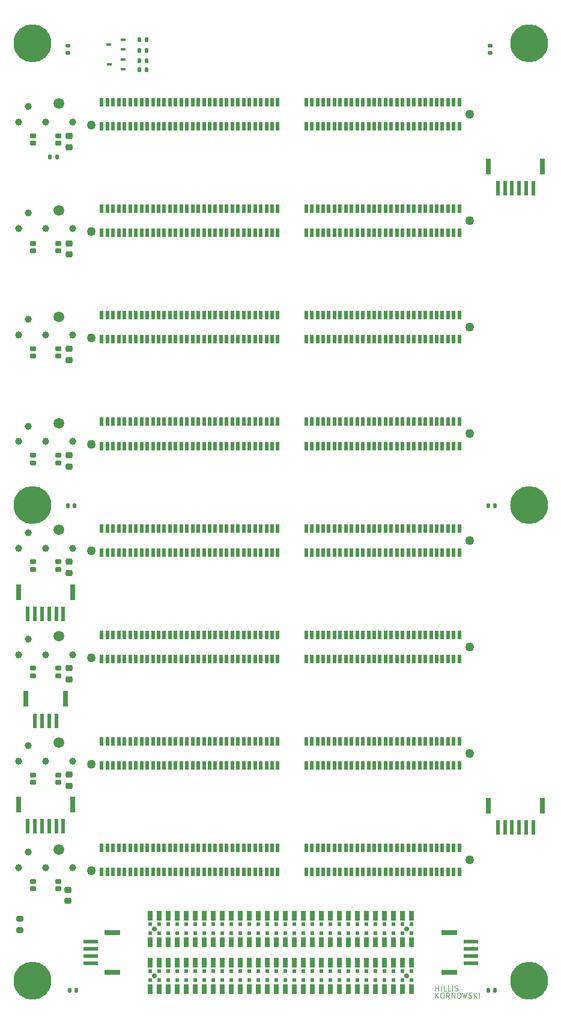
<source format=gts>
G04 #@! TF.GenerationSoftware,KiCad,Pcbnew,(6.0.5)*
G04 #@! TF.CreationDate,2022-05-10T11:54:52-04:00*
G04 #@! TF.ProjectId,backplane,6261636b-706c-4616-9e65-2e6b69636164,A1*
G04 #@! TF.SameCoordinates,Original*
G04 #@! TF.FileFunction,Soldermask,Top*
G04 #@! TF.FilePolarity,Negative*
%FSLAX46Y46*%
G04 Gerber Fmt 4.6, Leading zero omitted, Abs format (unit mm)*
G04 Created by KiCad (PCBNEW (6.0.5)) date 2022-05-10 11:54:52*
%MOMM*%
%LPD*%
G01*
G04 APERTURE LIST*
G04 Aperture macros list*
%AMRoundRect*
0 Rectangle with rounded corners*
0 $1 Rounding radius*
0 $2 $3 $4 $5 $6 $7 $8 $9 X,Y pos of 4 corners*
0 Add a 4 corners polygon primitive as box body*
4,1,4,$2,$3,$4,$5,$6,$7,$8,$9,$2,$3,0*
0 Add four circle primitives for the rounded corners*
1,1,$1+$1,$2,$3*
1,1,$1+$1,$4,$5*
1,1,$1+$1,$6,$7*
1,1,$1+$1,$8,$9*
0 Add four rect primitives between the rounded corners*
20,1,$1+$1,$2,$3,$4,$5,0*
20,1,$1+$1,$4,$5,$6,$7,0*
20,1,$1+$1,$6,$7,$8,$9,0*
20,1,$1+$1,$8,$9,$2,$3,0*%
G04 Aperture macros list end*
%ADD10C,0.125000*%
%ADD11RoundRect,0.140000X0.170000X-0.140000X0.170000X0.140000X-0.170000X0.140000X-0.170000X-0.140000X0*%
%ADD12RoundRect,0.140000X0.140000X0.170000X-0.140000X0.170000X-0.140000X-0.170000X0.140000X-0.170000X0*%
%ADD13RoundRect,0.140000X-0.140000X-0.170000X0.140000X-0.170000X0.140000X0.170000X-0.140000X0.170000X0*%
%ADD14C,1.000000*%
%ADD15C,1.500000*%
%ADD16C,1.270000*%
%ADD17R,0.500000X1.200000*%
%ADD18C,5.334000*%
%ADD19RoundRect,0.200000X-0.275000X0.200000X-0.275000X-0.200000X0.275000X-0.200000X0.275000X0.200000X0*%
%ADD20C,0.609600*%
%ADD21C,0.740000*%
%ADD22R,0.740000X1.470000*%
%ADD23R,0.700000X0.450000*%
%ADD24RoundRect,0.135000X-0.135000X-0.185000X0.135000X-0.185000X0.135000X0.185000X-0.135000X0.185000X0*%
%ADD25RoundRect,0.135000X0.135000X0.185000X-0.135000X0.185000X-0.135000X-0.185000X0.135000X-0.185000X0*%
%ADD26RoundRect,0.187500X-0.237500X-0.187500X0.237500X-0.187500X0.237500X0.187500X-0.237500X0.187500X0*%
%ADD27RoundRect,0.225000X-0.250000X0.225000X-0.250000X-0.225000X0.250000X-0.225000X0.250000X0.225000X0*%
%ADD28R,0.600000X2.025000*%
%ADD29R,0.800000X2.275000*%
%ADD30R,2.025000X0.600000*%
%ADD31R,2.275000X0.800000*%
G04 APERTURE END LIST*
D10*
X118860285Y-174329285D02*
X118860285Y-173579285D01*
X118860285Y-173936428D02*
X119288857Y-173936428D01*
X119288857Y-174329285D02*
X119288857Y-173579285D01*
X119646000Y-174329285D02*
X119646000Y-173579285D01*
X120360285Y-174329285D02*
X120003142Y-174329285D01*
X120003142Y-173579285D01*
X120967428Y-174329285D02*
X120610285Y-174329285D01*
X120610285Y-173579285D01*
X121217428Y-174329285D02*
X121217428Y-173579285D01*
X121538857Y-174293571D02*
X121646000Y-174329285D01*
X121824571Y-174329285D01*
X121896000Y-174293571D01*
X121931714Y-174257857D01*
X121967428Y-174186428D01*
X121967428Y-174115000D01*
X121931714Y-174043571D01*
X121896000Y-174007857D01*
X121824571Y-173972142D01*
X121681714Y-173936428D01*
X121610285Y-173900714D01*
X121574571Y-173865000D01*
X121538857Y-173793571D01*
X121538857Y-173722142D01*
X121574571Y-173650714D01*
X121610285Y-173615000D01*
X121681714Y-173579285D01*
X121860285Y-173579285D01*
X121967428Y-173615000D01*
X118830714Y-175345285D02*
X118830714Y-174595285D01*
X119259285Y-175345285D02*
X118937857Y-174916714D01*
X119259285Y-174595285D02*
X118830714Y-175023857D01*
X119723571Y-174595285D02*
X119866428Y-174595285D01*
X119937857Y-174631000D01*
X120009285Y-174702428D01*
X120045000Y-174845285D01*
X120045000Y-175095285D01*
X120009285Y-175238142D01*
X119937857Y-175309571D01*
X119866428Y-175345285D01*
X119723571Y-175345285D01*
X119652142Y-175309571D01*
X119580714Y-175238142D01*
X119545000Y-175095285D01*
X119545000Y-174845285D01*
X119580714Y-174702428D01*
X119652142Y-174631000D01*
X119723571Y-174595285D01*
X120795000Y-175345285D02*
X120545000Y-174988142D01*
X120366428Y-175345285D02*
X120366428Y-174595285D01*
X120652142Y-174595285D01*
X120723571Y-174631000D01*
X120759285Y-174666714D01*
X120795000Y-174738142D01*
X120795000Y-174845285D01*
X120759285Y-174916714D01*
X120723571Y-174952428D01*
X120652142Y-174988142D01*
X120366428Y-174988142D01*
X121116428Y-175345285D02*
X121116428Y-174595285D01*
X121545000Y-175345285D01*
X121545000Y-174595285D01*
X122045000Y-174595285D02*
X122187857Y-174595285D01*
X122259285Y-174631000D01*
X122330714Y-174702428D01*
X122366428Y-174845285D01*
X122366428Y-175095285D01*
X122330714Y-175238142D01*
X122259285Y-175309571D01*
X122187857Y-175345285D01*
X122045000Y-175345285D01*
X121973571Y-175309571D01*
X121902142Y-175238142D01*
X121866428Y-175095285D01*
X121866428Y-174845285D01*
X121902142Y-174702428D01*
X121973571Y-174631000D01*
X122045000Y-174595285D01*
X122616428Y-174595285D02*
X122795000Y-175345285D01*
X122937857Y-174809571D01*
X123080714Y-175345285D01*
X123259285Y-174595285D01*
X123509285Y-175309571D02*
X123616428Y-175345285D01*
X123795000Y-175345285D01*
X123866428Y-175309571D01*
X123902142Y-175273857D01*
X123937857Y-175202428D01*
X123937857Y-175131000D01*
X123902142Y-175059571D01*
X123866428Y-175023857D01*
X123795000Y-174988142D01*
X123652142Y-174952428D01*
X123580714Y-174916714D01*
X123545000Y-174881000D01*
X123509285Y-174809571D01*
X123509285Y-174738142D01*
X123545000Y-174666714D01*
X123580714Y-174631000D01*
X123652142Y-174595285D01*
X123830714Y-174595285D01*
X123937857Y-174631000D01*
X124259285Y-175345285D02*
X124259285Y-174595285D01*
X124687857Y-175345285D02*
X124366428Y-174916714D01*
X124687857Y-174595285D02*
X124259285Y-175023857D01*
X125009285Y-175345285D02*
X125009285Y-174595285D01*
D11*
X67000000Y-42230000D03*
X67000000Y-41270000D03*
D12*
X67980000Y-106000000D03*
X67020000Y-106000000D03*
X68230000Y-174250000D03*
X67270000Y-174250000D03*
D13*
X126270000Y-174250000D03*
X127230000Y-174250000D03*
D11*
X126500000Y-42230000D03*
X126500000Y-41270000D03*
D14*
X60070009Y-156999993D03*
D15*
X65770009Y-154409993D03*
D14*
X63870009Y-156999993D03*
X61470009Y-154799993D03*
D16*
X70300009Y-157399993D03*
D14*
X67670009Y-156999993D03*
D16*
X123700009Y-155899993D03*
D17*
X71800009Y-157599993D03*
X71800009Y-154199993D03*
X72600009Y-157599993D03*
X72600009Y-154199993D03*
X73400009Y-157599993D03*
X73400009Y-154199993D03*
X74200009Y-157599993D03*
X74200009Y-154199993D03*
X75000009Y-157599993D03*
X75000009Y-154199993D03*
X75800009Y-157599993D03*
X75800009Y-154199993D03*
X76600009Y-157599993D03*
X76600009Y-154199993D03*
X77400009Y-157599993D03*
X77400009Y-154199993D03*
X78200009Y-157599993D03*
X78200009Y-154199993D03*
X79000009Y-157599993D03*
X79000009Y-154199993D03*
X79800009Y-157599993D03*
X79800009Y-154199993D03*
X80600009Y-157599993D03*
X80600009Y-154199993D03*
X81400009Y-157599993D03*
X81400009Y-154199993D03*
X82200009Y-157599993D03*
X82200009Y-154199993D03*
X83000009Y-157599993D03*
X83000009Y-154199993D03*
X83800009Y-157599993D03*
X83800009Y-154199993D03*
X84600009Y-157599993D03*
X84600009Y-154199993D03*
X85400009Y-157599993D03*
X85400009Y-154199993D03*
X86200009Y-157599993D03*
X86200009Y-154199993D03*
X87000009Y-157599993D03*
X87000009Y-154199993D03*
X87800009Y-157599993D03*
X87800009Y-154199993D03*
X88600009Y-157599993D03*
X88600009Y-154199993D03*
X89400009Y-157599993D03*
X89400009Y-154199993D03*
X90200009Y-157599993D03*
X90200009Y-154199993D03*
X91000009Y-157599993D03*
X91000009Y-154199993D03*
X91800009Y-157599993D03*
X91800009Y-154199993D03*
X92600009Y-157599993D03*
X92600009Y-154199993D03*
X93400009Y-157599993D03*
X93400009Y-154199993D03*
X94200009Y-157599993D03*
X94200009Y-154199993D03*
X95000009Y-157599993D03*
X95000009Y-154199993D03*
X95800009Y-157599993D03*
X95800009Y-154199993D03*
X96600009Y-157599993D03*
X96600009Y-154199993D03*
X100600009Y-157599993D03*
X100600009Y-154199993D03*
X101400009Y-157599993D03*
X101400009Y-154199993D03*
X102200009Y-157599993D03*
X102200009Y-154199993D03*
X103000009Y-157599993D03*
X103000009Y-154199993D03*
X103800009Y-157599993D03*
X103800009Y-154199993D03*
X104600009Y-157599993D03*
X104600009Y-154199993D03*
X105400009Y-157599993D03*
X105400009Y-154199993D03*
X106200009Y-157599993D03*
X106200009Y-154199993D03*
X107000009Y-157599993D03*
X107000009Y-154199993D03*
X107800009Y-157599993D03*
X107800009Y-154199993D03*
X108600009Y-157599993D03*
X108600009Y-154199993D03*
X109400009Y-157599993D03*
X109400009Y-154199993D03*
X110200009Y-157599993D03*
X110200009Y-154199993D03*
X111000009Y-157599993D03*
X111000009Y-154199993D03*
X111800009Y-157599993D03*
X111800009Y-154199993D03*
X112600009Y-157599993D03*
X112600009Y-154199993D03*
X113400009Y-157599993D03*
X113400009Y-154199993D03*
X114200009Y-157599993D03*
X114200009Y-154199993D03*
X115000009Y-157599993D03*
X115000009Y-154199993D03*
X115800009Y-157599993D03*
X115800009Y-154199993D03*
X116600009Y-157599993D03*
X116600009Y-154199993D03*
X117400009Y-157599993D03*
X117400009Y-154199993D03*
X118200009Y-157599993D03*
X118200009Y-154199993D03*
X119000009Y-157599993D03*
X119000009Y-154199993D03*
X119800009Y-157599993D03*
X119800009Y-154199993D03*
X120600009Y-157599993D03*
X120600009Y-154199993D03*
X121400009Y-157599993D03*
X121400009Y-154199993D03*
X122200009Y-157599993D03*
X122200009Y-154199993D03*
D14*
X60070000Y-142000000D03*
D15*
X65770000Y-139410000D03*
D14*
X67670000Y-142000000D03*
X61470000Y-139800000D03*
D16*
X123700000Y-140900000D03*
D14*
X63870000Y-142000000D03*
D16*
X70300000Y-142400000D03*
D17*
X71800000Y-142600000D03*
X71800000Y-139200000D03*
X72600000Y-142600000D03*
X72600000Y-139200000D03*
X73400000Y-142600000D03*
X73400000Y-139200000D03*
X74200000Y-142600000D03*
X74200000Y-139200000D03*
X75000000Y-142600000D03*
X75000000Y-139200000D03*
X75800000Y-142600000D03*
X75800000Y-139200000D03*
X76600000Y-142600000D03*
X76600000Y-139200000D03*
X77400000Y-142600000D03*
X77400000Y-139200000D03*
X78200000Y-142600000D03*
X78200000Y-139200000D03*
X79000000Y-142600000D03*
X79000000Y-139200000D03*
X79800000Y-142600000D03*
X79800000Y-139200000D03*
X80600000Y-142600000D03*
X80600000Y-139200000D03*
X81400000Y-142600000D03*
X81400000Y-139200000D03*
X82200000Y-142600000D03*
X82200000Y-139200000D03*
X83000000Y-142600000D03*
X83000000Y-139200000D03*
X83800000Y-142600000D03*
X83800000Y-139200000D03*
X84600000Y-142600000D03*
X84600000Y-139200000D03*
X85400000Y-142600000D03*
X85400000Y-139200000D03*
X86200000Y-142600000D03*
X86200000Y-139200000D03*
X87000000Y-142600000D03*
X87000000Y-139200000D03*
X87800000Y-142600000D03*
X87800000Y-139200000D03*
X88600000Y-142600000D03*
X88600000Y-139200000D03*
X89400000Y-142600000D03*
X89400000Y-139200000D03*
X90200000Y-142600000D03*
X90200000Y-139200000D03*
X91000000Y-142600000D03*
X91000000Y-139200000D03*
X91800000Y-142600000D03*
X91800000Y-139200000D03*
X92600000Y-142600000D03*
X92600000Y-139200000D03*
X93400000Y-142600000D03*
X93400000Y-139200000D03*
X94200000Y-142600000D03*
X94200000Y-139200000D03*
X95000000Y-142600000D03*
X95000000Y-139200000D03*
X95800000Y-142600000D03*
X95800000Y-139200000D03*
X96600000Y-142600000D03*
X96600000Y-139200000D03*
X100600000Y-142600000D03*
X100600000Y-139200000D03*
X101400000Y-142600000D03*
X101400000Y-139200000D03*
X102200000Y-142600000D03*
X102200000Y-139200000D03*
X103000000Y-142600000D03*
X103000000Y-139200000D03*
X103800000Y-142600000D03*
X103800000Y-139200000D03*
X104600000Y-142600000D03*
X104600000Y-139200000D03*
X105400000Y-142600000D03*
X105400000Y-139200000D03*
X106200000Y-142600000D03*
X106200000Y-139200000D03*
X107000000Y-142600000D03*
X107000000Y-139200000D03*
X107800000Y-142600000D03*
X107800000Y-139200000D03*
X108600000Y-142600000D03*
X108600000Y-139200000D03*
X109400000Y-142600000D03*
X109400000Y-139200000D03*
X110200000Y-142600000D03*
X110200000Y-139200000D03*
X111000000Y-142600000D03*
X111000000Y-139200000D03*
X111800000Y-142600000D03*
X111800000Y-139200000D03*
X112600000Y-142600000D03*
X112600000Y-139200000D03*
X113400000Y-142600000D03*
X113400000Y-139200000D03*
X114200000Y-142600000D03*
X114200000Y-139200000D03*
X115000000Y-142600000D03*
X115000000Y-139200000D03*
X115800000Y-142600000D03*
X115800000Y-139200000D03*
X116600000Y-142600000D03*
X116600000Y-139200000D03*
X117400000Y-142600000D03*
X117400000Y-139200000D03*
X118200000Y-142600000D03*
X118200000Y-139200000D03*
X119000000Y-142600000D03*
X119000000Y-139200000D03*
X119800000Y-142600000D03*
X119800000Y-139200000D03*
X120600000Y-142600000D03*
X120600000Y-139200000D03*
X121400000Y-142600000D03*
X121400000Y-139200000D03*
X122200000Y-142600000D03*
X122200000Y-139200000D03*
D14*
X60070000Y-127000000D03*
D16*
X70300000Y-127400000D03*
D14*
X61470000Y-124800000D03*
D15*
X65770000Y-124410000D03*
D16*
X123700000Y-125900000D03*
D14*
X67670000Y-127000000D03*
X63870000Y-127000000D03*
D17*
X71800000Y-127600000D03*
X71800000Y-124200000D03*
X72600000Y-127600000D03*
X72600000Y-124200000D03*
X73400000Y-127600000D03*
X73400000Y-124200000D03*
X74200000Y-127600000D03*
X74200000Y-124200000D03*
X75000000Y-127600000D03*
X75000000Y-124200000D03*
X75800000Y-127600000D03*
X75800000Y-124200000D03*
X76600000Y-127600000D03*
X76600000Y-124200000D03*
X77400000Y-127600000D03*
X77400000Y-124200000D03*
X78200000Y-127600000D03*
X78200000Y-124200000D03*
X79000000Y-127600000D03*
X79000000Y-124200000D03*
X79800000Y-127600000D03*
X79800000Y-124200000D03*
X80600000Y-127600000D03*
X80600000Y-124200000D03*
X81400000Y-127600000D03*
X81400000Y-124200000D03*
X82200000Y-127600000D03*
X82200000Y-124200000D03*
X83000000Y-127600000D03*
X83000000Y-124200000D03*
X83800000Y-127600000D03*
X83800000Y-124200000D03*
X84600000Y-127600000D03*
X84600000Y-124200000D03*
X85400000Y-127600000D03*
X85400000Y-124200000D03*
X86200000Y-127600000D03*
X86200000Y-124200000D03*
X87000000Y-127600000D03*
X87000000Y-124200000D03*
X87800000Y-127600000D03*
X87800000Y-124200000D03*
X88600000Y-127600000D03*
X88600000Y-124200000D03*
X89400000Y-127600000D03*
X89400000Y-124200000D03*
X90200000Y-127600000D03*
X90200000Y-124200000D03*
X91000000Y-127600000D03*
X91000000Y-124200000D03*
X91800000Y-127600000D03*
X91800000Y-124200000D03*
X92600000Y-127600000D03*
X92600000Y-124200000D03*
X93400000Y-127600000D03*
X93400000Y-124200000D03*
X94200000Y-127600000D03*
X94200000Y-124200000D03*
X95000000Y-127600000D03*
X95000000Y-124200000D03*
X95800000Y-127600000D03*
X95800000Y-124200000D03*
X96600000Y-127600000D03*
X96600000Y-124200000D03*
X100600000Y-127600000D03*
X100600000Y-124200000D03*
X101400000Y-127600000D03*
X101400000Y-124200000D03*
X102200000Y-127600000D03*
X102200000Y-124200000D03*
X103000000Y-127600000D03*
X103000000Y-124200000D03*
X103800000Y-127600000D03*
X103800000Y-124200000D03*
X104600000Y-127600000D03*
X104600000Y-124200000D03*
X105400000Y-127600000D03*
X105400000Y-124200000D03*
X106200000Y-127600000D03*
X106200000Y-124200000D03*
X107000000Y-127600000D03*
X107000000Y-124200000D03*
X107800000Y-127600000D03*
X107800000Y-124200000D03*
X108600000Y-127600000D03*
X108600000Y-124200000D03*
X109400000Y-127600000D03*
X109400000Y-124200000D03*
X110200000Y-127600000D03*
X110200000Y-124200000D03*
X111000000Y-127600000D03*
X111000000Y-124200000D03*
X111800000Y-127600000D03*
X111800000Y-124200000D03*
X112600000Y-127600000D03*
X112600000Y-124200000D03*
X113400000Y-127600000D03*
X113400000Y-124200000D03*
X114200000Y-127600000D03*
X114200000Y-124200000D03*
X115000000Y-127600000D03*
X115000000Y-124200000D03*
X115800000Y-127600000D03*
X115800000Y-124200000D03*
X116600000Y-127600000D03*
X116600000Y-124200000D03*
X117400000Y-127600000D03*
X117400000Y-124200000D03*
X118200000Y-127600000D03*
X118200000Y-124200000D03*
X119000000Y-127600000D03*
X119000000Y-124200000D03*
X119800000Y-127600000D03*
X119800000Y-124200000D03*
X120600000Y-127600000D03*
X120600000Y-124200000D03*
X121400000Y-127600000D03*
X121400000Y-124200000D03*
X122200000Y-127600000D03*
X122200000Y-124200000D03*
D14*
X61470000Y-109800000D03*
X67670000Y-112000000D03*
X63870000Y-112000000D03*
D15*
X65770000Y-109410000D03*
D16*
X123700000Y-110900000D03*
D14*
X60070000Y-112000000D03*
D16*
X70300000Y-112400000D03*
D17*
X71800000Y-112600000D03*
X71800000Y-109200000D03*
X72600000Y-112600000D03*
X72600000Y-109200000D03*
X73400000Y-112600000D03*
X73400000Y-109200000D03*
X74200000Y-112600000D03*
X74200000Y-109200000D03*
X75000000Y-112600000D03*
X75000000Y-109200000D03*
X75800000Y-112600000D03*
X75800000Y-109200000D03*
X76600000Y-112600000D03*
X76600000Y-109200000D03*
X77400000Y-112600000D03*
X77400000Y-109200000D03*
X78200000Y-112600000D03*
X78200000Y-109200000D03*
X79000000Y-112600000D03*
X79000000Y-109200000D03*
X79800000Y-112600000D03*
X79800000Y-109200000D03*
X80600000Y-112600000D03*
X80600000Y-109200000D03*
X81400000Y-112600000D03*
X81400000Y-109200000D03*
X82200000Y-112600000D03*
X82200000Y-109200000D03*
X83000000Y-112600000D03*
X83000000Y-109200000D03*
X83800000Y-112600000D03*
X83800000Y-109200000D03*
X84600000Y-112600000D03*
X84600000Y-109200000D03*
X85400000Y-112600000D03*
X85400000Y-109200000D03*
X86200000Y-112600000D03*
X86200000Y-109200000D03*
X87000000Y-112600000D03*
X87000000Y-109200000D03*
X87800000Y-112600000D03*
X87800000Y-109200000D03*
X88600000Y-112600000D03*
X88600000Y-109200000D03*
X89400000Y-112600000D03*
X89400000Y-109200000D03*
X90200000Y-112600000D03*
X90200000Y-109200000D03*
X91000000Y-112600000D03*
X91000000Y-109200000D03*
X91800000Y-112600000D03*
X91800000Y-109200000D03*
X92600000Y-112600000D03*
X92600000Y-109200000D03*
X93400000Y-112600000D03*
X93400000Y-109200000D03*
X94200000Y-112600000D03*
X94200000Y-109200000D03*
X95000000Y-112600000D03*
X95000000Y-109200000D03*
X95800000Y-112600000D03*
X95800000Y-109200000D03*
X96600000Y-112600000D03*
X96600000Y-109200000D03*
X100600000Y-112600000D03*
X100600000Y-109200000D03*
X101400000Y-112600000D03*
X101400000Y-109200000D03*
X102200000Y-112600000D03*
X102200000Y-109200000D03*
X103000000Y-112600000D03*
X103000000Y-109200000D03*
X103800000Y-112600000D03*
X103800000Y-109200000D03*
X104600000Y-112600000D03*
X104600000Y-109200000D03*
X105400000Y-112600000D03*
X105400000Y-109200000D03*
X106200000Y-112600000D03*
X106200000Y-109200000D03*
X107000000Y-112600000D03*
X107000000Y-109200000D03*
X107800000Y-112600000D03*
X107800000Y-109200000D03*
X108600000Y-112600000D03*
X108600000Y-109200000D03*
X109400000Y-112600000D03*
X109400000Y-109200000D03*
X110200000Y-112600000D03*
X110200000Y-109200000D03*
X111000000Y-112600000D03*
X111000000Y-109200000D03*
X111800000Y-112600000D03*
X111800000Y-109200000D03*
X112600000Y-112600000D03*
X112600000Y-109200000D03*
X113400000Y-112600000D03*
X113400000Y-109200000D03*
X114200000Y-112600000D03*
X114200000Y-109200000D03*
X115000000Y-112600000D03*
X115000000Y-109200000D03*
X115800000Y-112600000D03*
X115800000Y-109200000D03*
X116600000Y-112600000D03*
X116600000Y-109200000D03*
X117400000Y-112600000D03*
X117400000Y-109200000D03*
X118200000Y-112600000D03*
X118200000Y-109200000D03*
X119000000Y-112600000D03*
X119000000Y-109200000D03*
X119800000Y-112600000D03*
X119800000Y-109200000D03*
X120600000Y-112600000D03*
X120600000Y-109200000D03*
X121400000Y-112600000D03*
X121400000Y-109200000D03*
X122200000Y-112600000D03*
X122200000Y-109200000D03*
D14*
X60070000Y-97000000D03*
D16*
X123700000Y-95900000D03*
D14*
X67670000Y-97000000D03*
D16*
X70300000Y-97400000D03*
D15*
X65770000Y-94410000D03*
D14*
X63870000Y-97000000D03*
X61470000Y-94800000D03*
D17*
X71800000Y-97600000D03*
X71800000Y-94200000D03*
X72600000Y-97600000D03*
X72600000Y-94200000D03*
X73400000Y-97600000D03*
X73400000Y-94200000D03*
X74200000Y-97600000D03*
X74200000Y-94200000D03*
X75000000Y-97600000D03*
X75000000Y-94200000D03*
X75800000Y-97600000D03*
X75800000Y-94200000D03*
X76600000Y-97600000D03*
X76600000Y-94200000D03*
X77400000Y-97600000D03*
X77400000Y-94200000D03*
X78200000Y-97600000D03*
X78200000Y-94200000D03*
X79000000Y-97600000D03*
X79000000Y-94200000D03*
X79800000Y-97600000D03*
X79800000Y-94200000D03*
X80600000Y-97600000D03*
X80600000Y-94200000D03*
X81400000Y-97600000D03*
X81400000Y-94200000D03*
X82200000Y-97600000D03*
X82200000Y-94200000D03*
X83000000Y-97600000D03*
X83000000Y-94200000D03*
X83800000Y-97600000D03*
X83800000Y-94200000D03*
X84600000Y-97600000D03*
X84600000Y-94200000D03*
X85400000Y-97600000D03*
X85400000Y-94200000D03*
X86200000Y-97600000D03*
X86200000Y-94200000D03*
X87000000Y-97600000D03*
X87000000Y-94200000D03*
X87800000Y-97600000D03*
X87800000Y-94200000D03*
X88600000Y-97600000D03*
X88600000Y-94200000D03*
X89400000Y-97600000D03*
X89400000Y-94200000D03*
X90200000Y-97600000D03*
X90200000Y-94200000D03*
X91000000Y-97600000D03*
X91000000Y-94200000D03*
X91800000Y-97600000D03*
X91800000Y-94200000D03*
X92600000Y-97600000D03*
X92600000Y-94200000D03*
X93400000Y-97600000D03*
X93400000Y-94200000D03*
X94200000Y-97600000D03*
X94200000Y-94200000D03*
X95000000Y-97600000D03*
X95000000Y-94200000D03*
X95800000Y-97600000D03*
X95800000Y-94200000D03*
X96600000Y-97600000D03*
X96600000Y-94200000D03*
X100600000Y-97600000D03*
X100600000Y-94200000D03*
X101400000Y-97600000D03*
X101400000Y-94200000D03*
X102200000Y-97600000D03*
X102200000Y-94200000D03*
X103000000Y-97600000D03*
X103000000Y-94200000D03*
X103800000Y-97600000D03*
X103800000Y-94200000D03*
X104600000Y-97600000D03*
X104600000Y-94200000D03*
X105400000Y-97600000D03*
X105400000Y-94200000D03*
X106200000Y-97600000D03*
X106200000Y-94200000D03*
X107000000Y-97600000D03*
X107000000Y-94200000D03*
X107800000Y-97600000D03*
X107800000Y-94200000D03*
X108600000Y-97600000D03*
X108600000Y-94200000D03*
X109400000Y-97600000D03*
X109400000Y-94200000D03*
X110200000Y-97600000D03*
X110200000Y-94200000D03*
X111000000Y-97600000D03*
X111000000Y-94200000D03*
X111800000Y-97600000D03*
X111800000Y-94200000D03*
X112600000Y-97600000D03*
X112600000Y-94200000D03*
X113400000Y-97600000D03*
X113400000Y-94200000D03*
X114200000Y-97600000D03*
X114200000Y-94200000D03*
X115000000Y-97600000D03*
X115000000Y-94200000D03*
X115800000Y-97600000D03*
X115800000Y-94200000D03*
X116600000Y-97600000D03*
X116600000Y-94200000D03*
X117400000Y-97600000D03*
X117400000Y-94200000D03*
X118200000Y-97600000D03*
X118200000Y-94200000D03*
X119000000Y-97600000D03*
X119000000Y-94200000D03*
X119800000Y-97600000D03*
X119800000Y-94200000D03*
X120600000Y-97600000D03*
X120600000Y-94200000D03*
X121400000Y-97600000D03*
X121400000Y-94200000D03*
X122200000Y-97600000D03*
X122200000Y-94200000D03*
D16*
X70300000Y-82400000D03*
D14*
X60070000Y-82000000D03*
D15*
X65770000Y-79410000D03*
D14*
X67670000Y-82000000D03*
X63870000Y-82000000D03*
D16*
X123700000Y-80900000D03*
D14*
X61470000Y-79800000D03*
D17*
X71800000Y-82600000D03*
X71800000Y-79200000D03*
X72600000Y-82600000D03*
X72600000Y-79200000D03*
X73400000Y-82600000D03*
X73400000Y-79200000D03*
X74200000Y-82600000D03*
X74200000Y-79200000D03*
X75000000Y-82600000D03*
X75000000Y-79200000D03*
X75800000Y-82600000D03*
X75800000Y-79200000D03*
X76600000Y-82600000D03*
X76600000Y-79200000D03*
X77400000Y-82600000D03*
X77400000Y-79200000D03*
X78200000Y-82600000D03*
X78200000Y-79200000D03*
X79000000Y-82600000D03*
X79000000Y-79200000D03*
X79800000Y-82600000D03*
X79800000Y-79200000D03*
X80600000Y-82600000D03*
X80600000Y-79200000D03*
X81400000Y-82600000D03*
X81400000Y-79200000D03*
X82200000Y-82600000D03*
X82200000Y-79200000D03*
X83000000Y-82600000D03*
X83000000Y-79200000D03*
X83800000Y-82600000D03*
X83800000Y-79200000D03*
X84600000Y-82600000D03*
X84600000Y-79200000D03*
X85400000Y-82600000D03*
X85400000Y-79200000D03*
X86200000Y-82600000D03*
X86200000Y-79200000D03*
X87000000Y-82600000D03*
X87000000Y-79200000D03*
X87800000Y-82600000D03*
X87800000Y-79200000D03*
X88600000Y-82600000D03*
X88600000Y-79200000D03*
X89400000Y-82600000D03*
X89400000Y-79200000D03*
X90200000Y-82600000D03*
X90200000Y-79200000D03*
X91000000Y-82600000D03*
X91000000Y-79200000D03*
X91800000Y-82600000D03*
X91800000Y-79200000D03*
X92600000Y-82600000D03*
X92600000Y-79200000D03*
X93400000Y-82600000D03*
X93400000Y-79200000D03*
X94200000Y-82600000D03*
X94200000Y-79200000D03*
X95000000Y-82600000D03*
X95000000Y-79200000D03*
X95800000Y-82600000D03*
X95800000Y-79200000D03*
X96600000Y-82600000D03*
X96600000Y-79200000D03*
X100600000Y-82600000D03*
X100600000Y-79200000D03*
X101400000Y-82600000D03*
X101400000Y-79200000D03*
X102200000Y-82600000D03*
X102200000Y-79200000D03*
X103000000Y-82600000D03*
X103000000Y-79200000D03*
X103800000Y-82600000D03*
X103800000Y-79200000D03*
X104600000Y-82600000D03*
X104600000Y-79200000D03*
X105400000Y-82600000D03*
X105400000Y-79200000D03*
X106200000Y-82600000D03*
X106200000Y-79200000D03*
X107000000Y-82600000D03*
X107000000Y-79200000D03*
X107800000Y-82600000D03*
X107800000Y-79200000D03*
X108600000Y-82600000D03*
X108600000Y-79200000D03*
X109400000Y-82600000D03*
X109400000Y-79200000D03*
X110200000Y-82600000D03*
X110200000Y-79200000D03*
X111000000Y-82600000D03*
X111000000Y-79200000D03*
X111800000Y-82600000D03*
X111800000Y-79200000D03*
X112600000Y-82600000D03*
X112600000Y-79200000D03*
X113400000Y-82600000D03*
X113400000Y-79200000D03*
X114200000Y-82600000D03*
X114200000Y-79200000D03*
X115000000Y-82600000D03*
X115000000Y-79200000D03*
X115800000Y-82600000D03*
X115800000Y-79200000D03*
X116600000Y-82600000D03*
X116600000Y-79200000D03*
X117400000Y-82600000D03*
X117400000Y-79200000D03*
X118200000Y-82600000D03*
X118200000Y-79200000D03*
X119000000Y-82600000D03*
X119000000Y-79200000D03*
X119800000Y-82600000D03*
X119800000Y-79200000D03*
X120600000Y-82600000D03*
X120600000Y-79200000D03*
X121400000Y-82600000D03*
X121400000Y-79200000D03*
X122200000Y-82600000D03*
X122200000Y-79200000D03*
D14*
X63870000Y-67000000D03*
D16*
X70300000Y-67400000D03*
D15*
X65770000Y-64410000D03*
D16*
X123700000Y-65900000D03*
D14*
X67670000Y-67000000D03*
X60070000Y-67000000D03*
X61470000Y-64800000D03*
D17*
X71800000Y-67600000D03*
X71800000Y-64200000D03*
X72600000Y-67600000D03*
X72600000Y-64200000D03*
X73400000Y-67600000D03*
X73400000Y-64200000D03*
X74200000Y-67600000D03*
X74200000Y-64200000D03*
X75000000Y-67600000D03*
X75000000Y-64200000D03*
X75800000Y-67600000D03*
X75800000Y-64200000D03*
X76600000Y-67600000D03*
X76600000Y-64200000D03*
X77400000Y-67600000D03*
X77400000Y-64200000D03*
X78200000Y-67600000D03*
X78200000Y-64200000D03*
X79000000Y-67600000D03*
X79000000Y-64200000D03*
X79800000Y-67600000D03*
X79800000Y-64200000D03*
X80600000Y-67600000D03*
X80600000Y-64200000D03*
X81400000Y-67600000D03*
X81400000Y-64200000D03*
X82200000Y-67600000D03*
X82200000Y-64200000D03*
X83000000Y-67600000D03*
X83000000Y-64200000D03*
X83800000Y-67600000D03*
X83800000Y-64200000D03*
X84600000Y-67600000D03*
X84600000Y-64200000D03*
X85400000Y-67600000D03*
X85400000Y-64200000D03*
X86200000Y-67600000D03*
X86200000Y-64200000D03*
X87000000Y-67600000D03*
X87000000Y-64200000D03*
X87800000Y-67600000D03*
X87800000Y-64200000D03*
X88600000Y-67600000D03*
X88600000Y-64200000D03*
X89400000Y-67600000D03*
X89400000Y-64200000D03*
X90200000Y-67600000D03*
X90200000Y-64200000D03*
X91000000Y-67600000D03*
X91000000Y-64200000D03*
X91800000Y-67600000D03*
X91800000Y-64200000D03*
X92600000Y-67600000D03*
X92600000Y-64200000D03*
X93400000Y-67600000D03*
X93400000Y-64200000D03*
X94200000Y-67600000D03*
X94200000Y-64200000D03*
X95000000Y-67600000D03*
X95000000Y-64200000D03*
X95800000Y-67600000D03*
X95800000Y-64200000D03*
X96600000Y-67600000D03*
X96600000Y-64200000D03*
X100600000Y-67600000D03*
X100600000Y-64200000D03*
X101400000Y-67600000D03*
X101400000Y-64200000D03*
X102200000Y-67600000D03*
X102200000Y-64200000D03*
X103000000Y-67600000D03*
X103000000Y-64200000D03*
X103800000Y-67600000D03*
X103800000Y-64200000D03*
X104600000Y-67600000D03*
X104600000Y-64200000D03*
X105400000Y-67600000D03*
X105400000Y-64200000D03*
X106200000Y-67600000D03*
X106200000Y-64200000D03*
X107000000Y-67600000D03*
X107000000Y-64200000D03*
X107800000Y-67600000D03*
X107800000Y-64200000D03*
X108600000Y-67600000D03*
X108600000Y-64200000D03*
X109400000Y-67600000D03*
X109400000Y-64200000D03*
X110200000Y-67600000D03*
X110200000Y-64200000D03*
X111000000Y-67600000D03*
X111000000Y-64200000D03*
X111800000Y-67600000D03*
X111800000Y-64200000D03*
X112600000Y-67600000D03*
X112600000Y-64200000D03*
X113400000Y-67600000D03*
X113400000Y-64200000D03*
X114200000Y-67600000D03*
X114200000Y-64200000D03*
X115000000Y-67600000D03*
X115000000Y-64200000D03*
X115800000Y-67600000D03*
X115800000Y-64200000D03*
X116600000Y-67600000D03*
X116600000Y-64200000D03*
X117400000Y-67600000D03*
X117400000Y-64200000D03*
X118200000Y-67600000D03*
X118200000Y-64200000D03*
X119000000Y-67600000D03*
X119000000Y-64200000D03*
X119800000Y-67600000D03*
X119800000Y-64200000D03*
X120600000Y-67600000D03*
X120600000Y-64200000D03*
X121400000Y-67600000D03*
X121400000Y-64200000D03*
X122200000Y-67600000D03*
X122200000Y-64200000D03*
D14*
X61470000Y-49800000D03*
X60070000Y-52000000D03*
D15*
X65770000Y-49410000D03*
D16*
X123700000Y-50900000D03*
D14*
X67670000Y-52000000D03*
D16*
X70300000Y-52400000D03*
D14*
X63870000Y-52000000D03*
D17*
X71800000Y-52600000D03*
X71800000Y-49200000D03*
X72600000Y-52600000D03*
X72600000Y-49200000D03*
X73400000Y-52600000D03*
X73400000Y-49200000D03*
X74200000Y-52600000D03*
X74200000Y-49200000D03*
X75000000Y-52600000D03*
X75000000Y-49200000D03*
X75800000Y-52600000D03*
X75800000Y-49200000D03*
X76600000Y-52600000D03*
X76600000Y-49200000D03*
X77400000Y-52600000D03*
X77400000Y-49200000D03*
X78200000Y-52600000D03*
X78200000Y-49200000D03*
X79000000Y-52600000D03*
X79000000Y-49200000D03*
X79800000Y-52600000D03*
X79800000Y-49200000D03*
X80600000Y-52600000D03*
X80600000Y-49200000D03*
X81400000Y-52600000D03*
X81400000Y-49200000D03*
X82200000Y-52600000D03*
X82200000Y-49200000D03*
X83000000Y-52600000D03*
X83000000Y-49200000D03*
X83800000Y-52600000D03*
X83800000Y-49200000D03*
X84600000Y-52600000D03*
X84600000Y-49200000D03*
X85400000Y-52600000D03*
X85400000Y-49200000D03*
X86200000Y-52600000D03*
X86200000Y-49200000D03*
X87000000Y-52600000D03*
X87000000Y-49200000D03*
X87800000Y-52600000D03*
X87800000Y-49200000D03*
X88600000Y-52600000D03*
X88600000Y-49200000D03*
X89400000Y-52600000D03*
X89400000Y-49200000D03*
X90200000Y-52600000D03*
X90200000Y-49200000D03*
X91000000Y-52600000D03*
X91000000Y-49200000D03*
X91800000Y-52600000D03*
X91800000Y-49200000D03*
X92600000Y-52600000D03*
X92600000Y-49200000D03*
X93400000Y-52600000D03*
X93400000Y-49200000D03*
X94200000Y-52600000D03*
X94200000Y-49200000D03*
X95000000Y-52600000D03*
X95000000Y-49200000D03*
X95800000Y-52600000D03*
X95800000Y-49200000D03*
X96600000Y-52600000D03*
X96600000Y-49200000D03*
X100600000Y-52600000D03*
X100600000Y-49200000D03*
X101400000Y-52600000D03*
X101400000Y-49200000D03*
X102200000Y-52600000D03*
X102200000Y-49200000D03*
X103000000Y-52600000D03*
X103000000Y-49200000D03*
X103800000Y-52600000D03*
X103800000Y-49200000D03*
X104600000Y-52600000D03*
X104600000Y-49200000D03*
X105400000Y-52600000D03*
X105400000Y-49200000D03*
X106200000Y-52600000D03*
X106200000Y-49200000D03*
X107000000Y-52600000D03*
X107000000Y-49200000D03*
X107800000Y-52600000D03*
X107800000Y-49200000D03*
X108600000Y-52600000D03*
X108600000Y-49200000D03*
X109400000Y-52600000D03*
X109400000Y-49200000D03*
X110200000Y-52600000D03*
X110200000Y-49200000D03*
X111000000Y-52600000D03*
X111000000Y-49200000D03*
X111800000Y-52600000D03*
X111800000Y-49200000D03*
X112600000Y-52600000D03*
X112600000Y-49200000D03*
X113400000Y-52600000D03*
X113400000Y-49200000D03*
X114200000Y-52600000D03*
X114200000Y-49200000D03*
X115000000Y-52600000D03*
X115000000Y-49200000D03*
X115800000Y-52600000D03*
X115800000Y-49200000D03*
X116600000Y-52600000D03*
X116600000Y-49200000D03*
X117400000Y-52600000D03*
X117400000Y-49200000D03*
X118200000Y-52600000D03*
X118200000Y-49200000D03*
X119000000Y-52600000D03*
X119000000Y-49200000D03*
X119800000Y-52600000D03*
X119800000Y-49200000D03*
X120600000Y-52600000D03*
X120600000Y-49200000D03*
X121400000Y-52600000D03*
X121400000Y-49200000D03*
X122200000Y-52600000D03*
X122200000Y-49200000D03*
D18*
X62000000Y-40900000D03*
X62000000Y-172900000D03*
X132000000Y-172900000D03*
X132000000Y-105900000D03*
X62000000Y-105900000D03*
X132000000Y-40900000D03*
D19*
X60250000Y-164175000D03*
X60250000Y-165825000D03*
D20*
X102715000Y-171582000D03*
X96365000Y-171582000D03*
X111605000Y-172852000D03*
X97635000Y-172852000D03*
X98905000Y-171582000D03*
X91285000Y-172852000D03*
X92555000Y-171582000D03*
X83665000Y-172852000D03*
X79855000Y-172852000D03*
X96365000Y-172852000D03*
X92555000Y-172852000D03*
X103985000Y-171582000D03*
X79855000Y-171582000D03*
X97635000Y-171582000D03*
X105255000Y-172852000D03*
D21*
X114780000Y-172217000D03*
D20*
X114145000Y-171582000D03*
X100175000Y-172852000D03*
X93825000Y-171582000D03*
X98905000Y-172852000D03*
X101445000Y-171582000D03*
X95095000Y-171582000D03*
X114145000Y-172852000D03*
X115415000Y-172852000D03*
X107795000Y-172852000D03*
X106525000Y-171582000D03*
D21*
X79220000Y-172217000D03*
D20*
X88745000Y-172852000D03*
X84935000Y-171582000D03*
X86205000Y-171582000D03*
X78585000Y-172852000D03*
X110335000Y-171582000D03*
X82395000Y-172852000D03*
X112875000Y-172852000D03*
X115415000Y-171582000D03*
X90015000Y-172852000D03*
X103985000Y-172852000D03*
X84935000Y-172852000D03*
X95095000Y-172852000D03*
X81125000Y-171582000D03*
X102715000Y-172852000D03*
X82395000Y-171582000D03*
X86205000Y-172852000D03*
X90015000Y-171582000D03*
X112875000Y-171582000D03*
X81125000Y-172852000D03*
X100175000Y-171582000D03*
X105255000Y-171582000D03*
X109065000Y-171582000D03*
X78585000Y-171582000D03*
X107795000Y-171582000D03*
X93825000Y-172852000D03*
X83665000Y-171582000D03*
X87475000Y-171582000D03*
X111605000Y-171582000D03*
X110335000Y-172852000D03*
X91285000Y-171582000D03*
X106525000Y-172852000D03*
X109065000Y-172852000D03*
X87475000Y-172852000D03*
X101445000Y-172852000D03*
X88745000Y-171582000D03*
D22*
X78585000Y-170347000D03*
X78585000Y-174087000D03*
X79855000Y-170347000D03*
X79855000Y-174087000D03*
X81125000Y-170347000D03*
X81125000Y-174087000D03*
X82395000Y-170347000D03*
X82395000Y-174087000D03*
X83665000Y-170347000D03*
X83665000Y-174087000D03*
X84935000Y-170347000D03*
X84935000Y-174087000D03*
X86205000Y-170347000D03*
X86205000Y-174087000D03*
X87475000Y-170347000D03*
X87475000Y-174087000D03*
X88745000Y-170347000D03*
X88745000Y-174087000D03*
X90015000Y-170347000D03*
X90015000Y-174087000D03*
X91285000Y-170347000D03*
X91285000Y-174087000D03*
X92555000Y-170347000D03*
X92555000Y-174087000D03*
X93825000Y-170347000D03*
X93825000Y-174087000D03*
X95095000Y-170347000D03*
X95095000Y-174087000D03*
X96365000Y-170347000D03*
X96365000Y-174087000D03*
X97635000Y-170347000D03*
X97635000Y-174087000D03*
X98905000Y-170347000D03*
X98905000Y-174087000D03*
X100175000Y-170347000D03*
X100175000Y-174087000D03*
X101445000Y-170347000D03*
X101445000Y-174087000D03*
X102715000Y-170347000D03*
X102715000Y-174087000D03*
X103985000Y-170347000D03*
X103985000Y-174087000D03*
X105255000Y-170347000D03*
X105255000Y-174087000D03*
X106525000Y-170347000D03*
X106525000Y-174087000D03*
X107795000Y-170347000D03*
X107795000Y-174087000D03*
X109065000Y-170347000D03*
X109065000Y-174087000D03*
X110335000Y-170347000D03*
X110335000Y-174087000D03*
X111605000Y-170347000D03*
X111605000Y-174087000D03*
X112875000Y-170347000D03*
X112875000Y-174087000D03*
X114145000Y-170347000D03*
X114145000Y-174087000D03*
X115415000Y-170347000D03*
X115415000Y-174087000D03*
D20*
X92555000Y-164978000D03*
X115415000Y-164978000D03*
X105255000Y-166248000D03*
X83665000Y-164978000D03*
X86205000Y-164978000D03*
X91285000Y-164978000D03*
X112875000Y-164978000D03*
X84935000Y-166248000D03*
X106525000Y-164978000D03*
X88745000Y-166248000D03*
X93825000Y-164978000D03*
X101445000Y-164978000D03*
X95095000Y-166248000D03*
X84935000Y-164978000D03*
D21*
X114780000Y-165613000D03*
D20*
X96365000Y-166248000D03*
X114145000Y-166248000D03*
X111605000Y-164978000D03*
X79855000Y-164978000D03*
X92555000Y-166248000D03*
X115415000Y-166248000D03*
X81125000Y-164978000D03*
X90015000Y-166248000D03*
X105255000Y-164978000D03*
X91285000Y-166248000D03*
X102715000Y-164978000D03*
X81125000Y-166248000D03*
X111605000Y-166248000D03*
X100175000Y-164978000D03*
X102715000Y-166248000D03*
X83665000Y-166248000D03*
X82395000Y-164978000D03*
X112875000Y-166248000D03*
X103985000Y-166248000D03*
X98905000Y-166248000D03*
X87475000Y-166248000D03*
D21*
X79220000Y-165613000D03*
D20*
X101445000Y-166248000D03*
X97635000Y-164978000D03*
X109065000Y-164978000D03*
X93825000Y-166248000D03*
X110335000Y-166248000D03*
X107795000Y-164978000D03*
X90015000Y-164978000D03*
X95095000Y-164978000D03*
X103985000Y-164978000D03*
X107795000Y-166248000D03*
X86205000Y-166248000D03*
X109065000Y-166248000D03*
X79855000Y-166248000D03*
X82395000Y-166248000D03*
X78585000Y-164978000D03*
X96365000Y-164978000D03*
X106525000Y-166248000D03*
X78585000Y-166248000D03*
X87475000Y-164978000D03*
X88745000Y-164978000D03*
X110335000Y-164978000D03*
X97635000Y-166248000D03*
X100175000Y-166248000D03*
X114145000Y-164978000D03*
X98905000Y-164978000D03*
D22*
X78585000Y-163743000D03*
X78585000Y-167483000D03*
X79855000Y-163743000D03*
X79855000Y-167483000D03*
X81125000Y-163743000D03*
X81125000Y-167483000D03*
X82395000Y-163743000D03*
X82395000Y-167483000D03*
X83665000Y-163743000D03*
X83665000Y-167483000D03*
X84935000Y-163743000D03*
X84935000Y-167483000D03*
X86205000Y-163743000D03*
X86205000Y-167483000D03*
X87475000Y-163743000D03*
X87475000Y-167483000D03*
X88745000Y-163743000D03*
X88745000Y-167483000D03*
X90015000Y-163743000D03*
X90015000Y-167483000D03*
X91285000Y-163743000D03*
X91285000Y-167483000D03*
X92555000Y-163743000D03*
X92555000Y-167483000D03*
X93825000Y-163743000D03*
X93825000Y-167483000D03*
X95095000Y-163743000D03*
X95095000Y-167483000D03*
X96365000Y-163743000D03*
X96365000Y-167483000D03*
X97635000Y-163743000D03*
X97635000Y-167483000D03*
X98905000Y-163743000D03*
X98905000Y-167483000D03*
X100175000Y-163743000D03*
X100175000Y-167483000D03*
X101445000Y-163743000D03*
X101445000Y-167483000D03*
X102715000Y-163743000D03*
X102715000Y-167483000D03*
X103985000Y-163743000D03*
X103985000Y-167483000D03*
X105255000Y-163743000D03*
X105255000Y-167483000D03*
X106525000Y-163743000D03*
X106525000Y-167483000D03*
X107795000Y-163743000D03*
X107795000Y-167483000D03*
X109065000Y-163743000D03*
X109065000Y-167483000D03*
X110335000Y-163743000D03*
X110335000Y-167483000D03*
X111605000Y-163743000D03*
X111605000Y-167483000D03*
X112875000Y-163743000D03*
X112875000Y-167483000D03*
X114145000Y-163743000D03*
X114145000Y-167483000D03*
X115415000Y-163743000D03*
X115415000Y-167483000D03*
D13*
X126270000Y-106000000D03*
X127230000Y-106000000D03*
D23*
X74814000Y-41741000D03*
X74814000Y-40441000D03*
X72814000Y-41091000D03*
D24*
X77070000Y-40385000D03*
X78090000Y-40385000D03*
D25*
X78090000Y-41885000D03*
X77070000Y-41885000D03*
D23*
X74830000Y-44535000D03*
X74830000Y-43235000D03*
X72830000Y-43885000D03*
D25*
X78090000Y-43385000D03*
X77070000Y-43385000D03*
X78090000Y-44635000D03*
X77070000Y-44635000D03*
D26*
X62078000Y-69076000D03*
X62078000Y-70126000D03*
X65628000Y-70126000D03*
X65628000Y-69076000D03*
D27*
X67155000Y-53967000D03*
X67155000Y-55517000D03*
D28*
X62375000Y-136287500D03*
X63375000Y-136287500D03*
X64375000Y-136287500D03*
X65375000Y-136287500D03*
D29*
X61075000Y-133237500D03*
X66675000Y-133237500D03*
D26*
X62078000Y-128915000D03*
X62078000Y-129965000D03*
X65628000Y-129965000D03*
X65628000Y-128915000D03*
D28*
X61375000Y-151107500D03*
X62375000Y-151107500D03*
X63375000Y-151107500D03*
X64375000Y-151107500D03*
X65375000Y-151107500D03*
X66375000Y-151107500D03*
D29*
X60075000Y-148057500D03*
X67675000Y-148057500D03*
D26*
X62078000Y-83916000D03*
X62078000Y-84966000D03*
X65628000Y-84966000D03*
X65628000Y-83916000D03*
D27*
X67155000Y-69080000D03*
X67155000Y-70630000D03*
D26*
X62078000Y-53916000D03*
X62078000Y-54966000D03*
X65628000Y-54966000D03*
X65628000Y-53916000D03*
D28*
X127625000Y-151287500D03*
X128625000Y-151287500D03*
X129625000Y-151287500D03*
X130625000Y-151287500D03*
X131625000Y-151287500D03*
X132625000Y-151287500D03*
D29*
X126325000Y-148237500D03*
X133925000Y-148237500D03*
D30*
X70212500Y-167415000D03*
X70212500Y-168415000D03*
X70212500Y-169415000D03*
X70212500Y-170415000D03*
D31*
X73262500Y-166115000D03*
X73262500Y-171715000D03*
D25*
X65534000Y-56896000D03*
X64514000Y-56896000D03*
D27*
X67155000Y-98925000D03*
X67155000Y-100475000D03*
D26*
X62078000Y-143915000D03*
X62078000Y-144965000D03*
X65628000Y-144965000D03*
X65628000Y-143915000D03*
D27*
X67155000Y-143883000D03*
X67155000Y-145433000D03*
X67155000Y-83939000D03*
X67155000Y-85489000D03*
D26*
X62078000Y-98915000D03*
X62078000Y-99965000D03*
X65628000Y-99965000D03*
X65628000Y-98915000D03*
D28*
X61375000Y-121287500D03*
X62375000Y-121287500D03*
X63375000Y-121287500D03*
X64375000Y-121287500D03*
X65375000Y-121287500D03*
X66375000Y-121287500D03*
D29*
X60075000Y-118237500D03*
X67675000Y-118237500D03*
D28*
X127625000Y-61287900D03*
X128625000Y-61287900D03*
X129625000Y-61287900D03*
X130625000Y-61287900D03*
X131625000Y-61287900D03*
X132625000Y-61287900D03*
D29*
X126325000Y-58237900D03*
X133925000Y-58237900D03*
D26*
X62078000Y-113915000D03*
X62078000Y-114965000D03*
X65628000Y-114965000D03*
X65628000Y-113915000D03*
D30*
X123787500Y-170415000D03*
X123787500Y-169415000D03*
X123787500Y-168415000D03*
X123787500Y-167415000D03*
D31*
X120737500Y-171715000D03*
X120737500Y-166115000D03*
D26*
X62078000Y-158915000D03*
X62078000Y-159965000D03*
X65628000Y-159965000D03*
X65628000Y-158915000D03*
D27*
X67155000Y-113911000D03*
X67155000Y-115461000D03*
X67056000Y-160134000D03*
X67056000Y-161684000D03*
X67155000Y-128897000D03*
X67155000Y-130447000D03*
M02*

</source>
